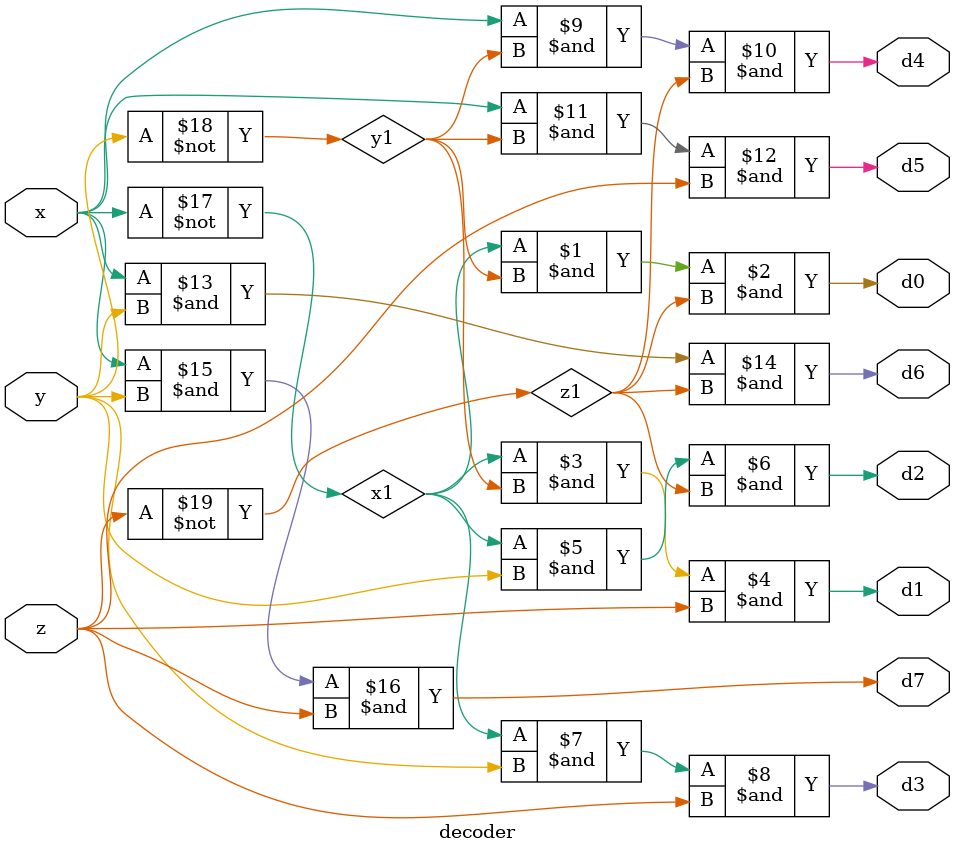
<source format=v>
module decoder(d0,d1,d2,d3,d4,d5,d6,d7,x,y,z);
input x,y,z;
output d0,d1,d2,d3,d4,d5,d6,d7;
wire x1,y1,z1;

not (x1,x);
not (y1,y);
not (z1,z);

and (d0,x1,y1,z1);
and (d1,x1,y1,z);
and (d2,x1,y,z1);
and (d3,x1,y,z);
and (d4,x,y1,z1);
and (d5,x,y1,z);
and (d6,x,y,z1);
and (d7,x,y,z);

endmodule

</source>
